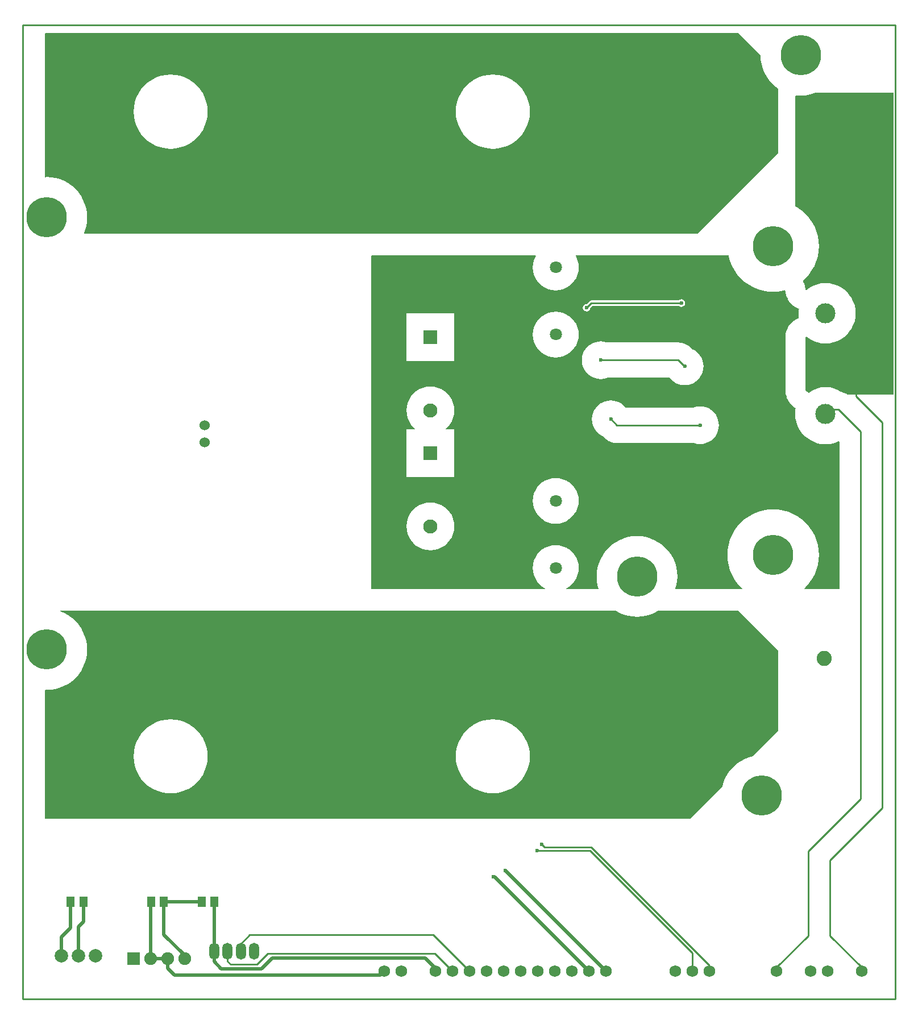
<source format=gtl>
G04*
G04 #@! TF.GenerationSoftware,Altium Limited,CircuitStudio,1.5.2 (1.5.2.30)*
G04*
G04 Layer_Physical_Order=1*
G04 Layer_Color=11767835*
%FSLAX44Y44*%
%MOMM*%
G71*
G01*
G75*
%ADD10R,1.3000X1.6000*%
%ADD11C,0.2540*%
%ADD12C,0.5000*%
%ADD13C,1.8000*%
%ADD14C,6.0000*%
%ADD15O,2.5400X3.1750*%
%ADD16C,2.1000*%
%ADD17R,2.1000X2.1000*%
%ADD18C,1.7500*%
%ADD19C,1.5240*%
%ADD20O,1.5000X2.5000*%
%ADD21C,3.0000*%
%ADD22C,1.9050*%
%ADD23R,1.9050X1.9050*%
%ADD24C,2.2500*%
%ADD25C,2.0000*%
%ADD26C,0.6000*%
G36*
X2675911Y2566089D02*
X2675905Y2566000D01*
X2676284Y2559271D01*
X2677412Y2552628D01*
X2679278Y2546152D01*
X2681857Y2539926D01*
X2685117Y2534028D01*
X2689016Y2528531D01*
X2693507Y2523507D01*
X2698532Y2519016D01*
X2702000Y2516555D01*
X2702000Y2420000D01*
X2582000Y2300000D01*
X1668938Y2300000D01*
X1668233Y2301056D01*
X1669722Y2304652D01*
X1671588Y2311128D01*
X1672717Y2317771D01*
X1673095Y2324500D01*
X1672717Y2331228D01*
X1671588Y2337872D01*
X1669722Y2344348D01*
X1667143Y2350574D01*
X1663884Y2356472D01*
X1659984Y2361968D01*
X1655493Y2366993D01*
X1650468Y2371484D01*
X1644972Y2375383D01*
X1639074Y2378643D01*
X1632848Y2381222D01*
X1626372Y2383088D01*
X1619729Y2384217D01*
X1613000Y2384595D01*
X1610923Y2384478D01*
X1610000Y2385350D01*
X1610000Y2598101D01*
X1610898Y2598999D01*
X2643000Y2599000D01*
X2675911Y2566089D01*
D02*
G37*
G36*
X2702000Y1680000D02*
X2702000Y1560000D01*
X2664572Y1522571D01*
X2658152Y1520722D01*
X2651926Y1518143D01*
X2646028Y1514883D01*
X2640532Y1510984D01*
X2635507Y1506493D01*
X2631017Y1501468D01*
X2627117Y1495972D01*
X2623857Y1490074D01*
X2621278Y1483848D01*
X2619429Y1477429D01*
X2571000Y1429000D01*
X1610000Y1429000D01*
X1610000Y1620150D01*
X1610923Y1621022D01*
X1613000Y1620905D01*
X1619729Y1621283D01*
X1626372Y1622412D01*
X1632848Y1624278D01*
X1639074Y1626857D01*
X1644972Y1630116D01*
X1650468Y1634016D01*
X1655493Y1638507D01*
X1659984Y1643532D01*
X1663884Y1649028D01*
X1667143Y1654926D01*
X1669722Y1661152D01*
X1671588Y1667628D01*
X1672717Y1674272D01*
X1673095Y1681000D01*
X1672717Y1687728D01*
X1671588Y1694372D01*
X1669722Y1700848D01*
X1667143Y1707074D01*
X1663884Y1712972D01*
X1659984Y1718468D01*
X1655493Y1723493D01*
X1650468Y1727984D01*
X1644972Y1731884D01*
X1639074Y1735143D01*
X1632848Y1737722D01*
X1632780Y1737742D01*
X1632957Y1738999D01*
X2460239Y1739000D01*
X2465926Y1735857D01*
X2472152Y1733278D01*
X2478628Y1731412D01*
X2485272Y1730283D01*
X2492000Y1729905D01*
X2498729Y1730283D01*
X2505372Y1731412D01*
X2511848Y1733278D01*
X2518074Y1735857D01*
X2523762Y1739000D01*
X2643000Y1739000D01*
X2702000Y1680000D01*
D02*
G37*
G36*
X2340855Y2268000D02*
X2341475Y2266892D01*
X2340612Y2265483D01*
X2338564Y2260539D01*
X2337315Y2255335D01*
X2336895Y2250000D01*
X2337315Y2244665D01*
X2338564Y2239461D01*
X2340612Y2234516D01*
X2343408Y2229953D01*
X2346884Y2225884D01*
X2350954Y2222408D01*
X2355517Y2219612D01*
X2360461Y2217564D01*
X2365665Y2216315D01*
X2371000Y2215895D01*
X2376335Y2216315D01*
X2381539Y2217564D01*
X2386483Y2219612D01*
X2391046Y2222408D01*
X2395116Y2225884D01*
X2398592Y2229953D01*
X2401388Y2234516D01*
X2403436Y2239461D01*
X2404685Y2244665D01*
X2405105Y2250000D01*
X2404685Y2255335D01*
X2403436Y2260539D01*
X2401388Y2265483D01*
X2400525Y2266891D01*
X2401145Y2268000D01*
X2628320Y2267999D01*
X2628531Y2266757D01*
X2630645Y2259419D01*
X2633568Y2252364D01*
X2637261Y2245681D01*
X2641680Y2239453D01*
X2646769Y2233759D01*
X2652463Y2228670D01*
X2658690Y2224251D01*
X2665374Y2220558D01*
X2672429Y2217635D01*
X2679767Y2215521D01*
X2687296Y2214242D01*
X2694920Y2213814D01*
X2702544Y2214242D01*
X2710073Y2215521D01*
X2712357Y2216179D01*
X2712357Y2216179D01*
X2712357Y2216179D01*
X2712509Y2215844D01*
X2712661Y2215511D01*
X2712863Y2215147D01*
X2712924Y2215013D01*
X2712965Y2214871D01*
X2712981Y2214793D01*
X2713066Y2214111D01*
X2713235Y2213292D01*
X2713320Y2212460D01*
X2713320Y2212459D01*
X2713418Y2212088D01*
X2713460Y2211748D01*
X2713597Y2211085D01*
X2713915Y2209985D01*
X2714016Y2209492D01*
X2714025Y2209462D01*
X2714137Y2209164D01*
X2714452Y2207851D01*
X2714716Y2207212D01*
X2714908Y2206549D01*
X2715619Y2205034D01*
X2716259Y2203488D01*
X2716620Y2202899D01*
X2716913Y2202273D01*
X2717852Y2200889D01*
X2718726Y2199462D01*
X2719175Y2198936D01*
X2719562Y2198364D01*
X2720706Y2197143D01*
X2721793Y2195871D01*
X2722318Y2195422D01*
X2722790Y2194918D01*
X2724111Y2193891D01*
X2725383Y2192804D01*
X2725564Y2192672D01*
X2725564Y2192672D01*
X2725565Y2192672D01*
X2725568Y2192670D01*
X2726100Y2192344D01*
X2726518Y2192019D01*
X2727051Y2191724D01*
X2727135Y2191660D01*
X2727522Y2191446D01*
X2727905Y2191167D01*
X2727948Y2191141D01*
X2728624Y2190797D01*
X2729590Y2190204D01*
X2729968Y2190012D01*
X2729971Y2190010D01*
X2730018Y2189982D01*
X2730028Y2189977D01*
X2730666Y2189713D01*
X2731270Y2189379D01*
X2731738Y2189167D01*
X2732019Y2189066D01*
X2732155Y2188996D01*
X2732457Y2188898D01*
X2733006Y2188628D01*
X2733166Y2188578D01*
X2733026Y2187995D01*
X2732532Y2181718D01*
X2733026Y2175441D01*
X2733166Y2174858D01*
X2733006Y2174808D01*
X2732462Y2174540D01*
X2732160Y2174442D01*
X2732018Y2174370D01*
X2731736Y2174268D01*
X2731264Y2174053D01*
X2730702Y2173743D01*
X2730183Y2173533D01*
X2730183Y2173533D01*
X2730162Y2173520D01*
X2730092Y2173492D01*
X2730088Y2173490D01*
X2730009Y2173441D01*
X2729973Y2173426D01*
X2729596Y2173235D01*
D01*
X2729595Y2173234D01*
X2728630Y2172642D01*
X2727953Y2172297D01*
X2727935Y2172286D01*
X2727935Y2172286D01*
X2727915Y2172274D01*
X2727913Y2172273D01*
X2727911Y2172272D01*
X2727905Y2172268D01*
X2727523Y2171991D01*
X2727129Y2171773D01*
X2727045Y2171708D01*
X2726518Y2171417D01*
X2726100Y2171093D01*
X2725570Y2170767D01*
X2725569Y2170767D01*
X2725569Y2170766D01*
X2725569Y2170766D01*
X2725385Y2170633D01*
X2724112Y2169546D01*
X2722791Y2168518D01*
X2722319Y2168014D01*
X2721794Y2167566D01*
X2720707Y2166293D01*
X2719562Y2165072D01*
X2719175Y2164500D01*
X2718727Y2163976D01*
X2717852Y2162548D01*
X2716913Y2161163D01*
X2716620Y2160538D01*
X2716260Y2159950D01*
X2715619Y2158403D01*
X2714908Y2156887D01*
X2714717Y2156224D01*
X2714453Y2155587D01*
X2714062Y2153959D01*
X2713597Y2152351D01*
X2713551Y2152127D01*
X2713474Y2151510D01*
X2713350Y2150995D01*
X2713303Y2150397D01*
X2713278Y2150291D01*
X2713242Y2149834D01*
X2713146Y2149366D01*
X2713139Y2149312D01*
X2713105Y2148557D01*
X2712965Y2147442D01*
X2712951Y2147137D01*
X2712945Y2147089D01*
X2712945Y2147087D01*
X2712946Y2147033D01*
X2712946Y2147019D01*
X2712954Y2146766D01*
X2712967Y2146334D01*
X2712907Y2145584D01*
X2712907Y2068865D01*
Y2067682D01*
Y2067682D01*
X2713000Y2066503D01*
X2713000Y2065321D01*
X2713185Y2064153D01*
X2713278Y2062975D01*
X2713290Y2062925D01*
X2713452Y2061900D01*
X2713452Y2061899D01*
Y2061899D01*
X2713717Y2060798D01*
X2713739Y2060657D01*
X2713751Y2060607D01*
X2713795Y2060471D01*
X2714555Y2057308D01*
X2714555Y2057308D01*
X2714555Y2057307D01*
X2715121Y2055939D01*
X2716362Y2052945D01*
X2716362Y2052945D01*
X2716362Y2052945D01*
X2717415Y2051225D01*
X2718829Y2048919D01*
X2718829Y2048919D01*
X2718829Y2048919D01*
X2719913Y2047650D01*
X2721896Y2045328D01*
X2721896Y2045328D01*
X2721896Y2045328D01*
X2723231Y2044188D01*
X2725486Y2042261D01*
X2725486Y2042261D01*
X2725486Y2042261D01*
X2727366Y2040896D01*
X2727458Y2040839D01*
X2727934Y2040493D01*
X2728190Y2040337D01*
X2728353Y2040208D01*
X2728452Y2040153D01*
X2727945Y2037604D01*
X2727560Y2031718D01*
X2727945Y2025832D01*
X2729096Y2020046D01*
X2730992Y2014460D01*
X2733601Y2009170D01*
X2736878Y2004265D01*
X2740768Y1999830D01*
X2745203Y1995940D01*
X2750108Y1992663D01*
X2755398Y1990054D01*
X2760984Y1988158D01*
X2766770Y1987007D01*
X2772656Y1986621D01*
X2778542Y1987007D01*
X2784328Y1988158D01*
X2789914Y1990054D01*
X2792390Y1991275D01*
X2793468Y1990605D01*
Y1771898D01*
X2792570Y1771000D01*
X2741764D01*
X2741311Y1772186D01*
X2743071Y1773759D01*
X2748159Y1779453D01*
X2752578Y1785681D01*
X2756272Y1792364D01*
X2759195Y1799419D01*
X2761309Y1806757D01*
X2762588Y1814286D01*
X2763016Y1821910D01*
X2762588Y1829534D01*
X2761309Y1837063D01*
X2759195Y1844401D01*
X2756272Y1851456D01*
X2752578Y1858139D01*
X2748159Y1864367D01*
X2743071Y1870061D01*
X2737377Y1875150D01*
X2731149Y1879568D01*
X2724466Y1883262D01*
X2717411Y1886185D01*
X2710073Y1888299D01*
X2702544Y1889578D01*
X2694920Y1890006D01*
X2687296Y1889578D01*
X2679767Y1888299D01*
X2672429Y1886185D01*
X2665374Y1883262D01*
X2658690Y1879568D01*
X2652463Y1875150D01*
X2646769Y1870061D01*
X2641680Y1864367D01*
X2637261Y1858139D01*
X2633568Y1851456D01*
X2630645Y1844401D01*
X2628531Y1837063D01*
X2627252Y1829534D01*
X2626824Y1821910D01*
X2627252Y1814286D01*
X2628531Y1806757D01*
X2630645Y1799419D01*
X2633568Y1792364D01*
X2637261Y1785681D01*
X2641680Y1779453D01*
X2646769Y1773759D01*
X2648528Y1772186D01*
X2648076Y1771000D01*
X2550023D01*
X2549259Y1772015D01*
X2550588Y1776628D01*
X2551717Y1783271D01*
X2552095Y1790000D01*
X2551717Y1796728D01*
X2550588Y1803372D01*
X2548722Y1809848D01*
X2546143Y1816074D01*
X2542884Y1821972D01*
X2538984Y1827468D01*
X2534493Y1832493D01*
X2529468Y1836984D01*
X2523972Y1840883D01*
X2518074Y1844143D01*
X2511848Y1846722D01*
X2505372Y1848588D01*
X2498729Y1849716D01*
X2492000Y1850094D01*
X2485272Y1849716D01*
X2478628Y1848588D01*
X2472152Y1846722D01*
X2465926Y1844143D01*
X2460028Y1840883D01*
X2454532Y1836984D01*
X2449507Y1832493D01*
X2445016Y1827468D01*
X2441117Y1821972D01*
X2437857Y1816074D01*
X2435278Y1809848D01*
X2433412Y1803372D01*
X2432283Y1796728D01*
X2431906Y1790000D01*
X2432283Y1783271D01*
X2433412Y1776628D01*
X2434741Y1772015D01*
X2433978Y1771000D01*
X2386962Y1771000D01*
X2386741Y1772270D01*
X2391046Y1774908D01*
X2395116Y1778384D01*
X2398592Y1782453D01*
X2401388Y1787016D01*
X2403436Y1791961D01*
X2404685Y1797165D01*
X2405105Y1802500D01*
X2404685Y1807835D01*
X2403436Y1813039D01*
X2401388Y1817983D01*
X2398592Y1822546D01*
X2395116Y1826616D01*
X2391046Y1830092D01*
X2386483Y1832888D01*
X2381539Y1834936D01*
X2376335Y1836185D01*
X2371000Y1836605D01*
X2365665Y1836185D01*
X2360461Y1834936D01*
X2355517Y1832888D01*
X2350954Y1830092D01*
X2346884Y1826616D01*
X2343408Y1822546D01*
X2340612Y1817983D01*
X2338564Y1813039D01*
X2337315Y1807835D01*
X2336895Y1802500D01*
X2337315Y1797165D01*
X2338564Y1791961D01*
X2340612Y1787016D01*
X2343408Y1782453D01*
X2346884Y1778384D01*
X2350954Y1774908D01*
X2355259Y1772270D01*
X2355038Y1771000D01*
X2096000Y1771000D01*
X2096000Y2267102D01*
X2096898Y2268000D01*
X2340855Y2268000D01*
D02*
G37*
G36*
X2874000Y2510000D02*
X2874000Y2061000D01*
X2805387Y2061000D01*
X2803789Y2061979D01*
X2802670Y2062443D01*
X2799969Y2063562D01*
X2797958Y2064044D01*
X2795948Y2064527D01*
X2795631Y2064552D01*
X2790872Y2067468D01*
X2785055Y2069878D01*
X2778932Y2071348D01*
X2772656Y2071842D01*
X2766379Y2071348D01*
X2760257Y2069878D01*
X2754440Y2067468D01*
X2749072Y2064179D01*
X2747868Y2063150D01*
X2747516Y2063406D01*
X2747086Y2063803D01*
X2747083Y2063806D01*
X2747079Y2063808D01*
X2747062Y2063822D01*
X2745921Y2064584D01*
X2745623Y2064838D01*
X2745147Y2065184D01*
X2745054Y2065241D01*
X2745054Y2065242D01*
X2743175Y2066607D01*
X2743012Y2067633D01*
X2743000Y2067682D01*
Y2067682D01*
Y2068865D01*
Y2068865D01*
X2743000Y2145584D01*
X2743000Y2145587D01*
X2743007Y2145640D01*
X2743026Y2146063D01*
X2743073Y2146287D01*
X2743257Y2146421D01*
X2743635Y2146614D01*
X2743641Y2146617D01*
X2743641Y2146618D01*
X2743662Y2146630D01*
X2743680Y2146641D01*
X2743684Y2146643D01*
X2744157Y2146858D01*
X2745203Y2145940D01*
X2750108Y2142663D01*
X2755398Y2140054D01*
X2760984Y2138158D01*
X2766770Y2137007D01*
X2772656Y2136621D01*
X2778542Y2137007D01*
X2784328Y2138158D01*
X2789914Y2140054D01*
X2795204Y2142663D01*
X2800109Y2145940D01*
X2804544Y2149830D01*
X2808434Y2154265D01*
X2811711Y2159170D01*
X2814320Y2164460D01*
X2816216Y2170046D01*
X2817367Y2175832D01*
X2817752Y2181718D01*
X2817367Y2187604D01*
X2816216Y2193390D01*
X2814320Y2198976D01*
X2811711Y2204266D01*
X2808434Y2209171D01*
X2804544Y2213606D01*
X2800109Y2217495D01*
X2795204Y2220773D01*
X2789914Y2223382D01*
X2784328Y2225278D01*
X2778542Y2226429D01*
X2772656Y2226814D01*
X2766770Y2226429D01*
X2760984Y2225278D01*
X2755398Y2223382D01*
X2750108Y2220773D01*
X2745203Y2217495D01*
X2744157Y2216578D01*
X2743688Y2216790D01*
X2743678Y2216796D01*
X2743635Y2216822D01*
X2743257Y2217015D01*
X2743072Y2217149D01*
X2742936Y2217812D01*
X2742927Y2217842D01*
X2742927Y2217843D01*
X2742695Y2219698D01*
X2742440Y2220936D01*
X2742189Y2221807D01*
X2741943Y2223067D01*
X2741888Y2223219D01*
X2741856Y2223376D01*
X2741334Y2224764D01*
X2741204Y2225212D01*
X2741141Y2225441D01*
X2741134Y2225457D01*
X2741129Y2225472D01*
X2741037Y2225669D01*
X2740835Y2226113D01*
X2740328Y2227505D01*
X2740250Y2227645D01*
X2740193Y2227796D01*
X2739891Y2228327D01*
X2739738Y2228661D01*
X2739666Y2228792D01*
X2739614Y2228931D01*
X2739287Y2229507D01*
X2739182Y2229737D01*
X2738980Y2230103D01*
X2743071Y2233759D01*
X2748159Y2239453D01*
X2752578Y2245681D01*
X2756272Y2252364D01*
X2759195Y2259419D01*
X2761309Y2266757D01*
X2762588Y2274286D01*
X2763016Y2281910D01*
X2762588Y2289534D01*
X2761309Y2297063D01*
X2759195Y2304401D01*
X2756272Y2311456D01*
X2752578Y2318139D01*
X2748159Y2324367D01*
X2743071Y2330061D01*
X2737377Y2335150D01*
X2731149Y2339568D01*
X2728000Y2341309D01*
X2728000Y2505515D01*
X2728970Y2506334D01*
X2729272Y2506283D01*
X2736000Y2505905D01*
X2742729Y2506283D01*
X2749372Y2507412D01*
X2755848Y2509278D01*
X2757592Y2510000D01*
X2874000Y2510000D01*
D02*
G37*
%LPC*%
G36*
X2371000Y1936605D02*
X2365665Y1936185D01*
X2360461Y1934936D01*
X2355517Y1932888D01*
X2350954Y1930092D01*
X2346884Y1926616D01*
X2343408Y1922546D01*
X2340612Y1917983D01*
X2338564Y1913039D01*
X2337315Y1907835D01*
X2336895Y1902500D01*
X2337315Y1897165D01*
X2338564Y1891961D01*
X2340612Y1887016D01*
X2343408Y1882453D01*
X2346884Y1878384D01*
X2350954Y1874908D01*
X2355517Y1872112D01*
X2360461Y1870064D01*
X2365665Y1868815D01*
X2371000Y1868395D01*
X2376335Y1868815D01*
X2381539Y1870064D01*
X2386483Y1872112D01*
X2391046Y1874908D01*
X2395116Y1878384D01*
X2398592Y1882453D01*
X2401388Y1887016D01*
X2403436Y1891961D01*
X2404685Y1897165D01*
X2405105Y1902500D01*
X2404685Y1907835D01*
X2403436Y1913039D01*
X2401388Y1917983D01*
X2398592Y1922546D01*
X2395116Y1926616D01*
X2391046Y1930092D01*
X2386483Y1932888D01*
X2381539Y1934936D01*
X2376335Y1936185D01*
X2371000Y1936605D01*
D02*
G37*
G36*
X2184250Y2072710D02*
X2178679Y2072271D01*
X2173246Y2070967D01*
X2168083Y2068828D01*
X2163319Y2065909D01*
X2159070Y2062280D01*
X2155441Y2058031D01*
X2152522Y2053266D01*
X2150383Y2048104D01*
X2149079Y2042670D01*
X2148640Y2037100D01*
X2149079Y2031529D01*
X2150383Y2026096D01*
X2152522Y2020933D01*
X2155441Y2016169D01*
X2159070Y2011920D01*
X2161211Y2010091D01*
X2160771Y2008900D01*
X2148750D01*
Y1937900D01*
X2219750D01*
Y2008900D01*
X2207728D01*
X2207289Y2010091D01*
X2209430Y2011920D01*
X2213059Y2016169D01*
X2215979Y2020933D01*
X2218117Y2026096D01*
X2219421Y2031529D01*
X2219860Y2037100D01*
X2219421Y2042670D01*
X2218117Y2048104D01*
X2215979Y2053266D01*
X2213059Y2058031D01*
X2209430Y2062280D01*
X2205181Y2065909D01*
X2200417Y2068828D01*
X2195254Y2070967D01*
X2189821Y2072271D01*
X2184250Y2072710D01*
D02*
G37*
G36*
Y1900210D02*
X2178679Y1899771D01*
X2173246Y1898467D01*
X2168083Y1896328D01*
X2163319Y1893409D01*
X2159070Y1889780D01*
X2155441Y1885531D01*
X2152522Y1880766D01*
X2150383Y1875604D01*
X2149079Y1870170D01*
X2148640Y1864600D01*
X2149079Y1859029D01*
X2150383Y1853596D01*
X2152522Y1848433D01*
X2155441Y1843669D01*
X2159070Y1839420D01*
X2163319Y1835791D01*
X2168083Y1832871D01*
X2173246Y1830733D01*
X2178679Y1829429D01*
X2184250Y1828990D01*
X2189821Y1829429D01*
X2195254Y1830733D01*
X2200417Y1832871D01*
X2205181Y1835791D01*
X2209430Y1839420D01*
X2213059Y1843669D01*
X2215979Y1848433D01*
X2218117Y1853596D01*
X2219421Y1859029D01*
X2219860Y1864600D01*
X2219421Y1870170D01*
X2218117Y1875604D01*
X2215979Y1880766D01*
X2213059Y1885531D01*
X2209430Y1889780D01*
X2205181Y1893409D01*
X2200417Y1896328D01*
X2195254Y1898467D01*
X2189821Y1899771D01*
X2184250Y1900210D01*
D02*
G37*
G36*
X1797250Y1577158D02*
X1790050Y1576686D01*
X1782974Y1575278D01*
X1776142Y1572959D01*
X1769671Y1569768D01*
X1763672Y1565760D01*
X1758247Y1561003D01*
X1753490Y1555578D01*
X1749482Y1549579D01*
X1746291Y1543108D01*
X1743971Y1536276D01*
X1742564Y1529200D01*
X1742092Y1522000D01*
X1742564Y1514800D01*
X1743971Y1507724D01*
X1746291Y1500892D01*
X1749482Y1494421D01*
X1753490Y1488422D01*
X1758247Y1482997D01*
X1763672Y1478240D01*
X1769671Y1474232D01*
X1776142Y1471040D01*
X1782974Y1468721D01*
X1790050Y1467314D01*
X1797250Y1466842D01*
X1804450Y1467314D01*
X1811526Y1468721D01*
X1818358Y1471040D01*
X1824829Y1474232D01*
X1830828Y1478240D01*
X1836253Y1482997D01*
X1841010Y1488422D01*
X1845018Y1494421D01*
X1848210Y1500892D01*
X1850529Y1507724D01*
X1851936Y1514800D01*
X1852408Y1522000D01*
X1851936Y1529200D01*
X1850529Y1536276D01*
X1848210Y1543108D01*
X1845018Y1549579D01*
X1841010Y1555578D01*
X1836253Y1561003D01*
X1830828Y1565760D01*
X1824829Y1569768D01*
X1818358Y1572959D01*
X1811526Y1575278D01*
X1804450Y1576686D01*
X1797250Y1577158D01*
D02*
G37*
G36*
X2277250D02*
X2270051Y1576686D01*
X2262974Y1575278D01*
X2256142Y1572959D01*
X2249671Y1569768D01*
X2243672Y1565760D01*
X2238247Y1561003D01*
X2233490Y1555578D01*
X2229482Y1549579D01*
X2226291Y1543108D01*
X2223971Y1536276D01*
X2222564Y1529200D01*
X2222092Y1522000D01*
X2222564Y1514800D01*
X2223971Y1507724D01*
X2226291Y1500892D01*
X2229482Y1494421D01*
X2233490Y1488422D01*
X2238247Y1482997D01*
X2243672Y1478240D01*
X2249671Y1474232D01*
X2256142Y1471040D01*
X2262974Y1468721D01*
X2270051Y1467314D01*
X2277250Y1466842D01*
X2284450Y1467314D01*
X2291526Y1468721D01*
X2298358Y1471040D01*
X2304829Y1474232D01*
X2310828Y1478240D01*
X2316253Y1482997D01*
X2321010Y1488422D01*
X2325018Y1494421D01*
X2328210Y1500892D01*
X2330529Y1507724D01*
X2331936Y1514800D01*
X2332408Y1522000D01*
X2331936Y1529200D01*
X2330529Y1536276D01*
X2328210Y1543108D01*
X2325018Y1549579D01*
X2321010Y1555578D01*
X2316253Y1561003D01*
X2310828Y1565760D01*
X2304829Y1569768D01*
X2298358Y1572959D01*
X2291526Y1575278D01*
X2284450Y1576686D01*
X2277250Y1577158D01*
D02*
G37*
G36*
X2558000Y2202648D02*
X2555838Y2202219D01*
X2554006Y2200994D01*
X2553933Y2200885D01*
X2424000D01*
X2422513Y2200589D01*
X2421253Y2199747D01*
X2417129Y2195623D01*
X2417000Y2195648D01*
X2414838Y2195219D01*
X2413006Y2193994D01*
X2411781Y2192162D01*
X2411351Y2190000D01*
X2411781Y2187838D01*
X2413006Y2186006D01*
X2414838Y2184781D01*
X2417000Y2184352D01*
X2419162Y2184781D01*
X2420994Y2186006D01*
X2422218Y2187838D01*
X2422648Y2190000D01*
X2422623Y2190129D01*
X2425609Y2193115D01*
X2553933D01*
X2554006Y2193006D01*
X2555838Y2191781D01*
X2558000Y2191351D01*
X2560162Y2191781D01*
X2561994Y2193006D01*
X2563218Y2194838D01*
X2563648Y2197000D01*
X2563218Y2199162D01*
X2561994Y2200994D01*
X2560162Y2202219D01*
X2558000Y2202648D01*
D02*
G37*
G36*
X1797250Y2537158D02*
X1790050Y2536686D01*
X1782974Y2535278D01*
X1776142Y2532959D01*
X1769671Y2529768D01*
X1763672Y2525760D01*
X1758247Y2521003D01*
X1753490Y2515578D01*
X1749482Y2509579D01*
X1746291Y2503108D01*
X1743971Y2496276D01*
X1742564Y2489200D01*
X1742092Y2482000D01*
X1742564Y2474800D01*
X1743971Y2467724D01*
X1746291Y2460892D01*
X1749482Y2454421D01*
X1753490Y2448422D01*
X1758247Y2442997D01*
X1763672Y2438240D01*
X1769671Y2434232D01*
X1776142Y2431040D01*
X1782974Y2428721D01*
X1790050Y2427314D01*
X1797250Y2426842D01*
X1804450Y2427314D01*
X1811526Y2428721D01*
X1818358Y2431040D01*
X1824829Y2434232D01*
X1830828Y2438240D01*
X1836253Y2442997D01*
X1841010Y2448422D01*
X1845018Y2454421D01*
X1848210Y2460892D01*
X1850529Y2467724D01*
X1851936Y2474800D01*
X1852408Y2482000D01*
X1851936Y2489200D01*
X1850529Y2496276D01*
X1848210Y2503108D01*
X1845018Y2509579D01*
X1841010Y2515578D01*
X1836253Y2521003D01*
X1830828Y2525760D01*
X1824829Y2529768D01*
X1818358Y2532959D01*
X1811526Y2535278D01*
X1804450Y2536686D01*
X1797250Y2537158D01*
D02*
G37*
G36*
X2277250D02*
X2270051Y2536686D01*
X2262974Y2535278D01*
X2256142Y2532959D01*
X2249671Y2529768D01*
X2243672Y2525760D01*
X2238247Y2521003D01*
X2233490Y2515578D01*
X2229482Y2509579D01*
X2226291Y2503108D01*
X2223971Y2496276D01*
X2222564Y2489200D01*
X2222092Y2482000D01*
X2222564Y2474800D01*
X2223971Y2467724D01*
X2226291Y2460892D01*
X2229482Y2454421D01*
X2233490Y2448422D01*
X2238247Y2442997D01*
X2243672Y2438240D01*
X2249671Y2434232D01*
X2256142Y2431040D01*
X2262974Y2428721D01*
X2270051Y2427314D01*
X2277250Y2426842D01*
X2284450Y2427314D01*
X2291526Y2428721D01*
X2298358Y2431040D01*
X2304829Y2434232D01*
X2310828Y2438240D01*
X2316253Y2442997D01*
X2321010Y2448422D01*
X2325018Y2454421D01*
X2328210Y2460892D01*
X2330529Y2467724D01*
X2331936Y2474800D01*
X2332408Y2482000D01*
X2331936Y2489200D01*
X2330529Y2496276D01*
X2328210Y2503108D01*
X2325018Y2509579D01*
X2321010Y2515578D01*
X2316253Y2521003D01*
X2310828Y2525760D01*
X2304829Y2529768D01*
X2298358Y2532959D01*
X2291526Y2535278D01*
X2284450Y2536686D01*
X2277250Y2537158D01*
D02*
G37*
G36*
X2371000Y2184105D02*
X2365665Y2183685D01*
X2360461Y2182436D01*
X2355517Y2180388D01*
X2350954Y2177592D01*
X2346884Y2174116D01*
X2343408Y2170046D01*
X2340612Y2165483D01*
X2338564Y2160539D01*
X2337315Y2155335D01*
X2336895Y2150000D01*
X2337315Y2144665D01*
X2338564Y2139461D01*
X2340612Y2134516D01*
X2343408Y2129953D01*
X2346884Y2125884D01*
X2350954Y2122408D01*
X2355517Y2119612D01*
X2360461Y2117564D01*
X2365665Y2116315D01*
X2371000Y2115895D01*
X2376335Y2116315D01*
X2381539Y2117564D01*
X2386483Y2119612D01*
X2391046Y2122408D01*
X2395116Y2125884D01*
X2398592Y2129953D01*
X2401388Y2134516D01*
X2403436Y2139461D01*
X2404685Y2144665D01*
X2405105Y2150000D01*
X2404685Y2155335D01*
X2403436Y2160539D01*
X2401388Y2165483D01*
X2398592Y2170046D01*
X2395116Y2174116D01*
X2391046Y2177592D01*
X2386483Y2180388D01*
X2381539Y2182436D01*
X2376335Y2183685D01*
X2371000Y2184105D01*
D02*
G37*
G36*
X2453000Y2052086D02*
X2448606Y2051741D01*
X2444321Y2050712D01*
X2440249Y2049025D01*
X2436491Y2046722D01*
X2433140Y2043860D01*
X2430278Y2040509D01*
X2427975Y2036751D01*
X2426288Y2032679D01*
X2425259Y2028394D01*
X2424913Y2024000D01*
X2425259Y2019606D01*
X2426288Y2015321D01*
X2427975Y2011249D01*
X2430278Y2007491D01*
X2433140Y2004140D01*
X2436491Y2001277D01*
X2440249Y1998974D01*
X2441120Y1998614D01*
X2443367Y1996367D01*
X2446511Y1993681D01*
X2448697Y1992342D01*
X2450037Y1991521D01*
X2451156Y1991057D01*
X2453857Y1989938D01*
X2457878Y1988973D01*
X2462000Y1988649D01*
X2576450D01*
X2577321Y1988288D01*
X2581606Y1987259D01*
X2586000Y1986913D01*
X2590394Y1987259D01*
X2594679Y1988288D01*
X2598751Y1989975D01*
X2602509Y1992277D01*
X2605860Y1995140D01*
X2608723Y1998491D01*
X2611025Y2002249D01*
X2612712Y2006321D01*
X2613741Y2010606D01*
X2614087Y2015000D01*
X2613741Y2019394D01*
X2612712Y2023679D01*
X2611025Y2027751D01*
X2608723Y2031509D01*
X2605860Y2034860D01*
X2602509Y2037722D01*
X2598751Y2040025D01*
X2594679Y2041712D01*
X2590394Y2042741D01*
X2586000Y2043087D01*
X2581606Y2042741D01*
X2577321Y2041712D01*
X2576450Y2041351D01*
X2475003D01*
X2472860Y2043860D01*
X2469509Y2046722D01*
X2465751Y2049025D01*
X2461679Y2050712D01*
X2457394Y2051741D01*
X2453000Y2052086D01*
D02*
G37*
G36*
X2438000Y2140087D02*
X2433606Y2139741D01*
X2429321Y2138712D01*
X2425249Y2137025D01*
X2421491Y2134722D01*
X2418140Y2131860D01*
X2415278Y2128509D01*
X2412975Y2124751D01*
X2411288Y2120679D01*
X2410259Y2116394D01*
X2409913Y2112000D01*
X2410259Y2107606D01*
X2411288Y2103321D01*
X2412975Y2099249D01*
X2415278Y2095491D01*
X2418140Y2092140D01*
X2421491Y2089277D01*
X2425249Y2086975D01*
X2429321Y2085288D01*
X2433606Y2084259D01*
X2438000Y2083913D01*
X2442394Y2084259D01*
X2446679Y2085288D01*
X2447550Y2085649D01*
X2540783D01*
X2543140Y2082890D01*
X2546491Y2080027D01*
X2550249Y2077724D01*
X2554321Y2076038D01*
X2558606Y2075009D01*
X2563000Y2074663D01*
X2567394Y2075009D01*
X2571679Y2076038D01*
X2575751Y2077724D01*
X2579509Y2080027D01*
X2582860Y2082890D01*
X2585723Y2086241D01*
X2588026Y2089999D01*
X2589712Y2094071D01*
X2590741Y2098356D01*
X2591087Y2102750D01*
X2590741Y2107144D01*
X2589712Y2111429D01*
X2588026Y2115501D01*
X2585723Y2119259D01*
X2582860Y2122610D01*
X2579509Y2125472D01*
X2575751Y2127775D01*
X2573600Y2128666D01*
X2571633Y2130633D01*
X2568489Y2133319D01*
X2564963Y2135479D01*
X2563844Y2135943D01*
X2561143Y2137061D01*
X2559133Y2137544D01*
X2557122Y2138027D01*
X2553000Y2138351D01*
X2447550D01*
X2446679Y2138712D01*
X2442394Y2139741D01*
X2438000Y2140087D01*
D02*
G37*
G36*
X2219750Y2181400D02*
X2148750D01*
Y2110400D01*
X2219750D01*
Y2181400D01*
D02*
G37*
%LPD*%
D10*
X1768344Y1305300D02*
D03*
X1787344D02*
D03*
X1862344D02*
D03*
X1843344D02*
D03*
X1667344D02*
D03*
X1648344D02*
D03*
D11*
X2817844Y2058500D02*
X2857375Y2018969D01*
X2817844Y2058500D02*
Y2089518D01*
X2857375Y1445531D02*
Y2018969D01*
X2438000Y2112000D02*
X2553000D01*
X2562250Y2102750D01*
X2826600Y1202000D02*
Y1207797D01*
X2779370Y1255027D02*
X2826600Y1207797D01*
X2699600Y1202000D02*
Y1207797D01*
X2746830Y1255027D02*
Y1381005D01*
X2699600Y1207797D02*
X2746830Y1255027D01*
X2779370D02*
Y1367526D01*
X2824835Y1459009D02*
Y2005491D01*
X2791826Y2038500D02*
X2824835Y2005491D01*
X2779438Y2038500D02*
X2791826D01*
X2800645Y2106718D02*
X2817844Y2089518D01*
X2772656Y2106718D02*
X2800645D01*
X2772656Y2031718D02*
X2779438Y2038500D01*
X2847844Y1436000D02*
X2857375Y1445531D01*
X2847844Y1436000D02*
Y1436000D01*
X2746830Y1381005D02*
X2824835Y1459009D01*
X2779370Y1367526D02*
X2847844Y1436000D01*
X2350000Y1391000D02*
X2353920Y1387080D01*
X2423948D01*
X2600100Y1202000D02*
Y1210928D01*
X2423948Y1387080D02*
X2600100Y1210928D01*
X2343000Y1382000D02*
X2421844D01*
X2574700Y1202000D02*
Y1229144D01*
X2421844Y1382000D02*
X2574700Y1229144D01*
X1886614Y1212230D02*
X1926230D01*
X1882000Y1216844D02*
X1886614Y1212230D01*
X1882000Y1216844D02*
Y1231940D01*
X1902000Y1243000D02*
X1915000Y1256000D01*
X1902000Y1231940D02*
Y1243000D01*
X2562250Y2102750D02*
X2563000D01*
X2453000Y2024000D02*
X2462000Y2015000D01*
X2586000D01*
X2417000Y2190000D02*
X2424000Y2197000D01*
X2558000D01*
X1915000Y1256000D02*
X2188400D01*
X2242400Y1202000D01*
X1926230Y1212230D02*
X1942250Y1228250D01*
X2190750D01*
X2217000Y1202000D01*
X1577000Y1161000D02*
Y2611000D01*
Y1161000D02*
X2877000D01*
Y2611000D01*
X1577000D02*
X2877000D01*
D12*
X2295600Y1352000D02*
X2445600Y1202000D01*
X2279700Y1342500D02*
X2420200Y1202000D01*
X2278250Y1342500D02*
X2279700D01*
X1767400Y1220460D02*
X1792800D01*
Y1206044D02*
Y1220460D01*
Y1206044D02*
X1802844Y1196000D01*
X1818200Y1220460D02*
Y1225644D01*
X1787344Y1256500D02*
X1818200Y1225644D01*
X1787344Y1256500D02*
Y1285900D01*
Y1305300D02*
X1843344D01*
X1787344Y1285900D02*
Y1305300D01*
X1862344Y1226344D02*
Y1305300D01*
X1767400Y1220460D02*
Y1304356D01*
X1634600Y1225000D02*
Y1252756D01*
X1648344Y1266500D01*
Y1301000D01*
X1667344Y1275500D02*
Y1301000D01*
X1660000Y1268156D02*
X1667344Y1275500D01*
X1660000Y1225000D02*
Y1268156D01*
X1862000Y1216844D02*
Y1226000D01*
X1862344Y1226344D01*
X1872924Y1205920D02*
X1932764D01*
X2109400Y1196000D02*
X2115400Y1202000D01*
X1802844Y1196000D02*
X2109400D01*
X1862000Y1216844D02*
X1872924Y1205920D01*
X2191600Y1202000D02*
Y1206400D01*
X1932764Y1205920D02*
X1948784Y1221940D01*
X2176060D01*
X2191600Y1206400D01*
D13*
X2371000Y2250000D02*
D03*
Y2150000D02*
D03*
Y1802500D02*
D03*
Y1902500D02*
D03*
D14*
X2736000Y2566000D02*
D03*
X2492000Y1790000D02*
D03*
X2694920Y2281910D02*
D03*
Y1821910D02*
D03*
X2678000Y1464000D02*
D03*
X1613000Y2324500D02*
D03*
Y1681000D02*
D03*
D15*
X1707948Y1576000D02*
D03*
X1637844D02*
D03*
Y1526000D02*
D03*
X1707948D02*
D03*
X1637844Y1476000D02*
D03*
X1707948D02*
D03*
X2552948Y1576000D02*
D03*
X2482844D02*
D03*
Y1526000D02*
D03*
X2552948D02*
D03*
X2482844Y1476000D02*
D03*
X2552948D02*
D03*
X1634052Y2429500D02*
D03*
X1704156D02*
D03*
Y2479500D02*
D03*
X1634052D02*
D03*
X1704156Y2529500D02*
D03*
X1634052D02*
D03*
X2552948Y2527000D02*
D03*
X2482844D02*
D03*
Y2477000D02*
D03*
X2552948D02*
D03*
X2482844Y2427000D02*
D03*
X2552948D02*
D03*
D16*
X2184250Y1864600D02*
D03*
Y1919000D02*
D03*
Y2091500D02*
D03*
Y2037100D02*
D03*
D17*
Y1973400D02*
D03*
Y2145900D02*
D03*
D18*
X2115400Y1202000D02*
D03*
X2140800D02*
D03*
X2217000D02*
D03*
X2191600D02*
D03*
X2242400D02*
D03*
X2344000D02*
D03*
X2318600D02*
D03*
X2267800D02*
D03*
X2293200D02*
D03*
X2394800D02*
D03*
X2369400D02*
D03*
X2420200D02*
D03*
X2445600D02*
D03*
X2549300D02*
D03*
X2574700D02*
D03*
X2600100D02*
D03*
X2699600D02*
D03*
X2750400D02*
D03*
X2775800D02*
D03*
X2826600D02*
D03*
D19*
X1847750Y2015250D02*
D03*
Y1989850D02*
D03*
D20*
X1922000Y1231940D02*
D03*
X1902000D02*
D03*
X1882000D02*
D03*
X1862000D02*
D03*
D21*
X2772656Y1931718D02*
D03*
Y2031718D02*
D03*
Y2106718D02*
D03*
Y2181718D02*
D03*
D22*
X1818200Y1220460D02*
D03*
X1792800D02*
D03*
X1767400D02*
D03*
D23*
X1742000D02*
D03*
D24*
X2771000Y1668000D02*
D03*
X2671000D02*
D03*
X2770000Y2470000D02*
D03*
X2670000D02*
D03*
D25*
X1634600Y1225000D02*
D03*
X1660000D02*
D03*
X1685400D02*
D03*
D26*
X2438000Y2112000D02*
D03*
X2563000Y2102750D02*
D03*
X2295600Y1352000D02*
D03*
X2278250Y1342500D02*
D03*
X2350000Y1391000D02*
D03*
X2343000Y1382000D02*
D03*
X1827844Y1305300D02*
D03*
X1815344D02*
D03*
X1802844D02*
D03*
X1787344Y1285900D02*
D03*
X1648344Y1286000D02*
D03*
X2453000Y2024000D02*
D03*
X2586000Y2015000D02*
D03*
X2417000Y2190000D02*
D03*
X2558000Y2197000D02*
D03*
M02*

</source>
